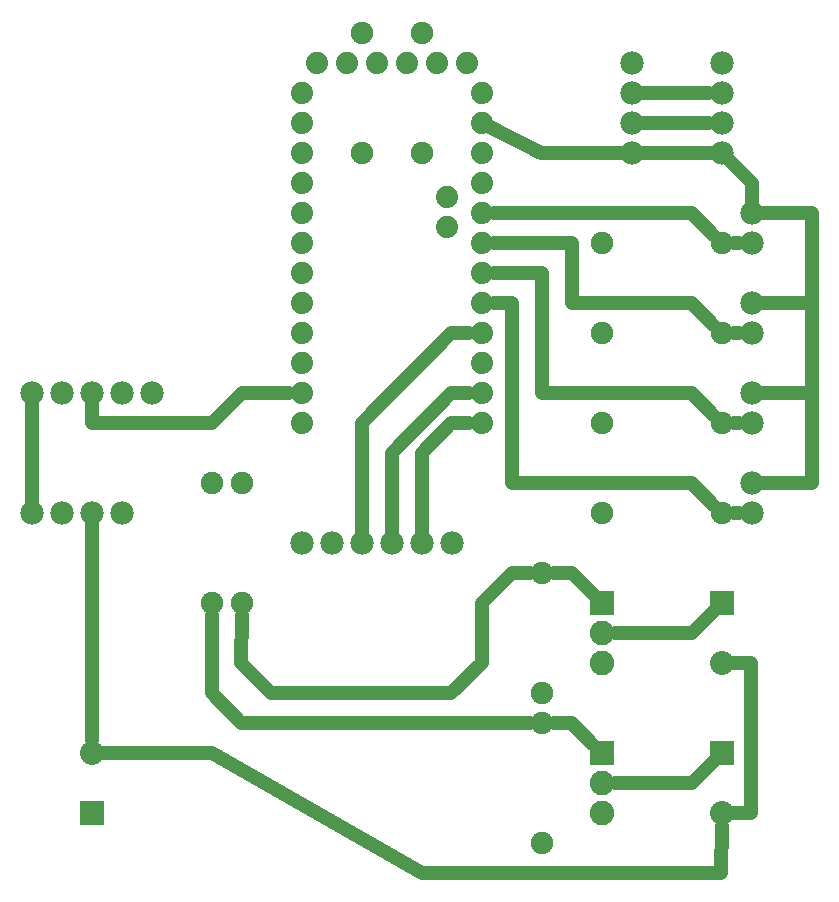
<source format=gbl>
G04 MADE WITH FRITZING*
G04 WWW.FRITZING.ORG*
G04 DOUBLE SIDED*
G04 HOLES PLATED*
G04 CONTOUR ON CENTER OF CONTOUR VECTOR*
%ASAXBY*%
%FSLAX23Y23*%
%MOIN*%
%OFA0B0*%
%SFA1.0B1.0*%
%ADD10C,0.075000*%
%ADD11C,0.074000*%
%ADD12C,0.078000*%
%ADD13C,0.082000*%
%ADD14C,0.080000*%
%ADD15R,0.082000X0.082000*%
%ADD16R,0.079986X0.080000*%
%ADD17C,0.048000*%
%LNCOPPER0*%
G90*
G70*
G54D10*
X1744Y2658D03*
X1744Y3058D03*
X1544Y2658D03*
X1544Y3058D03*
G54D11*
X1894Y2958D03*
X1794Y2958D03*
X1694Y2958D03*
X1594Y2958D03*
X1494Y2958D03*
X1394Y2958D03*
X1944Y2858D03*
X1944Y2758D03*
X1944Y2658D03*
X1944Y2558D03*
X1944Y2458D03*
X1829Y2513D03*
X1829Y2413D03*
X1944Y2358D03*
X1944Y2258D03*
X1944Y2158D03*
X1944Y2058D03*
X1944Y1958D03*
X1944Y1858D03*
X1944Y1758D03*
X1344Y1758D03*
X1344Y1858D03*
X1344Y1958D03*
X1344Y2058D03*
X1344Y2158D03*
X1344Y2258D03*
X1344Y2358D03*
X1344Y2458D03*
X1344Y2558D03*
X1344Y2658D03*
X1344Y2758D03*
X1344Y2858D03*
G54D12*
X1844Y1358D03*
X1744Y1358D03*
X1644Y1358D03*
X1544Y1358D03*
X1444Y1358D03*
X1344Y1358D03*
G54D13*
X2344Y658D03*
X2344Y558D03*
X2344Y458D03*
G54D14*
X2744Y1158D03*
X2744Y958D03*
X2744Y658D03*
X2744Y458D03*
X644Y458D03*
X644Y658D03*
G54D10*
X2144Y1258D03*
X2144Y858D03*
X2144Y358D03*
X2144Y758D03*
X1144Y1558D03*
X1144Y1158D03*
X1044Y1558D03*
X1044Y1158D03*
G54D12*
X844Y1858D03*
X744Y1858D03*
X644Y1858D03*
X544Y1858D03*
X444Y1858D03*
X2844Y2458D03*
X2844Y2358D03*
X2844Y2158D03*
X2844Y2058D03*
X2844Y1858D03*
X2844Y1758D03*
X2844Y1558D03*
X2844Y1458D03*
G54D10*
X2744Y1458D03*
X2344Y1458D03*
X2744Y1758D03*
X2344Y1758D03*
X2744Y2058D03*
X2344Y2058D03*
X2744Y2358D03*
X2344Y2358D03*
G54D12*
X2444Y2958D03*
X2444Y2858D03*
X2444Y2758D03*
X2444Y2658D03*
X2744Y2958D03*
X2744Y2858D03*
X2744Y2758D03*
X2744Y2658D03*
X744Y1458D03*
X644Y1458D03*
X544Y1458D03*
X444Y1458D03*
G54D13*
X2344Y1158D03*
X2344Y1058D03*
X2344Y958D03*
G54D15*
X2344Y658D03*
G54D16*
X2744Y1158D03*
X2744Y658D03*
X644Y458D03*
G54D15*
X2344Y1158D03*
G54D17*
X2743Y257D02*
X2744Y416D01*
D02*
X1045Y657D02*
X1744Y257D01*
D02*
X1744Y257D02*
X2743Y257D01*
D02*
X686Y658D02*
X1045Y657D01*
D02*
X2843Y959D02*
X2786Y958D01*
D02*
X2843Y458D02*
X2843Y959D01*
D02*
X2786Y458D02*
X2843Y458D01*
D02*
X2644Y557D02*
X2387Y558D01*
D02*
X2714Y628D02*
X2644Y557D01*
D02*
X2644Y1058D02*
X2387Y1058D01*
D02*
X2714Y1128D02*
X2644Y1058D01*
D02*
X2245Y1258D02*
X2314Y1189D01*
D02*
X2184Y1258D02*
X2245Y1258D01*
D02*
X2245Y758D02*
X2184Y758D01*
D02*
X2313Y689D02*
X2245Y758D01*
D02*
X1045Y858D02*
X1044Y1118D01*
D02*
X1143Y758D02*
X1045Y858D01*
D02*
X2104Y758D02*
X1143Y758D01*
D02*
X1843Y858D02*
X1944Y959D01*
D02*
X1243Y858D02*
X1843Y858D01*
D02*
X1944Y959D02*
X1944Y1157D01*
D02*
X1944Y1157D02*
X2044Y1257D01*
D02*
X2044Y1257D02*
X2104Y1258D01*
D02*
X1143Y959D02*
X1243Y858D01*
D02*
X1144Y1118D02*
X1143Y959D01*
D02*
X1843Y1757D02*
X1902Y1758D01*
D02*
X1744Y1658D02*
X1843Y1757D01*
D02*
X1744Y1399D02*
X1744Y1658D01*
D02*
X1644Y1658D02*
X1644Y1399D01*
D02*
X1843Y1858D02*
X1644Y1658D01*
D02*
X1902Y1858D02*
X1843Y1858D01*
D02*
X1545Y1757D02*
X1544Y1399D01*
D02*
X1843Y2058D02*
X1545Y1757D01*
D02*
X1902Y2058D02*
X1843Y2058D01*
D02*
X644Y1757D02*
X644Y1817D01*
D02*
X1045Y1757D02*
X644Y1757D01*
D02*
X1144Y1858D02*
X1045Y1757D01*
D02*
X1302Y1858D02*
X1144Y1858D01*
D02*
X444Y1817D02*
X444Y1499D01*
D02*
X644Y1417D02*
X644Y700D01*
D02*
X2703Y2858D02*
X2485Y2858D01*
D02*
X2703Y2758D02*
X2485Y2758D01*
D02*
X2803Y2358D02*
X2784Y2358D01*
D02*
X2803Y2058D02*
X2784Y2058D01*
D02*
X2784Y1758D02*
X2803Y1758D01*
D02*
X2803Y1458D02*
X2784Y1458D01*
D02*
X2644Y2458D02*
X2716Y2386D01*
D02*
X1986Y2458D02*
X2644Y2458D01*
D02*
X2644Y2157D02*
X2716Y2086D01*
D02*
X2244Y2358D02*
X2244Y2157D01*
D02*
X2244Y2157D02*
X2644Y2157D01*
D02*
X1986Y2358D02*
X2244Y2358D01*
D02*
X2644Y1858D02*
X2716Y1786D01*
D02*
X2144Y2259D02*
X2144Y1858D01*
D02*
X2144Y1858D02*
X2644Y1858D01*
D02*
X1986Y2258D02*
X2144Y2259D01*
D02*
X2044Y2157D02*
X2044Y1558D01*
D02*
X2644Y1558D02*
X2716Y1486D01*
D02*
X2044Y1558D02*
X2644Y1558D01*
D02*
X1986Y2158D02*
X2044Y2157D01*
D02*
X2714Y2658D02*
X2474Y2658D01*
D02*
X2844Y2558D02*
X2765Y2637D01*
D02*
X2844Y2488D02*
X2844Y2558D01*
D02*
X3044Y2459D02*
X2874Y2458D01*
D02*
X3044Y2158D02*
X3044Y2459D01*
D02*
X2885Y2158D02*
X3044Y2158D01*
D02*
X3044Y1859D02*
X2874Y1858D01*
D02*
X3044Y2158D02*
X3044Y1859D01*
D02*
X3044Y1859D02*
X3044Y1558D01*
D02*
X3044Y1558D02*
X2874Y1558D01*
D02*
X2143Y2658D02*
X2414Y2658D01*
D02*
X1972Y2744D02*
X2143Y2658D01*
G04 End of Copper0*
M02*
</source>
